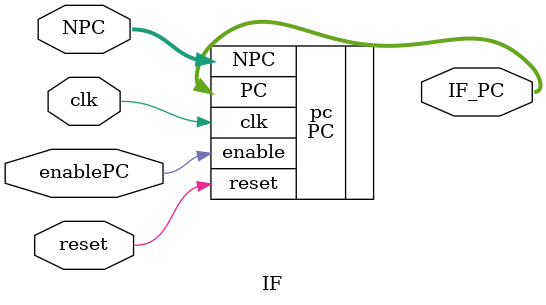
<source format=v>
`timescale 1ns / 1ps
module IF(
    input clk, 
    input reset,    
    input enablePC, // PC 使能信号
    input [31:0] NPC, // PC地址输入
    // output [31:0] IF_instr, // 输出指令
    output [31:0] IF_PC // 输出PC地址
    );

    PC pc(
        .clk(clk),
        .reset(reset),
        .enable(enablePC),
        .NPC(NPC),
        .PC(IF_PC)
    );

    // IM im(
    //     .PC(IF_PC),
    //     .instr(IF_instr)
    // );

endmodule

</source>
